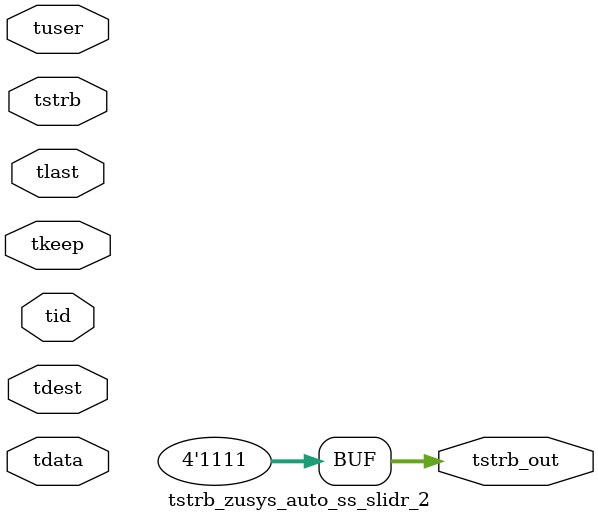
<source format=v>


`timescale 1ps/1ps

module tstrb_zusys_auto_ss_slidr_2 #
(
parameter C_S_AXIS_TDATA_WIDTH = 32,
parameter C_S_AXIS_TUSER_WIDTH = 0,
parameter C_S_AXIS_TID_WIDTH   = 0,
parameter C_S_AXIS_TDEST_WIDTH = 0,
parameter C_M_AXIS_TDATA_WIDTH = 32
)
(
input  [(C_S_AXIS_TDATA_WIDTH == 0 ? 1 : C_S_AXIS_TDATA_WIDTH)-1:0     ] tdata,
input  [(C_S_AXIS_TUSER_WIDTH == 0 ? 1 : C_S_AXIS_TUSER_WIDTH)-1:0     ] tuser,
input  [(C_S_AXIS_TID_WIDTH   == 0 ? 1 : C_S_AXIS_TID_WIDTH)-1:0       ] tid,
input  [(C_S_AXIS_TDEST_WIDTH == 0 ? 1 : C_S_AXIS_TDEST_WIDTH)-1:0     ] tdest,
input  [(C_S_AXIS_TDATA_WIDTH/8)-1:0 ] tkeep,
input  [(C_S_AXIS_TDATA_WIDTH/8)-1:0 ] tstrb,
input                                                                    tlast,
output [(C_M_AXIS_TDATA_WIDTH/8)-1:0 ] tstrb_out
);

assign tstrb_out = {4'b1111};

endmodule


</source>
